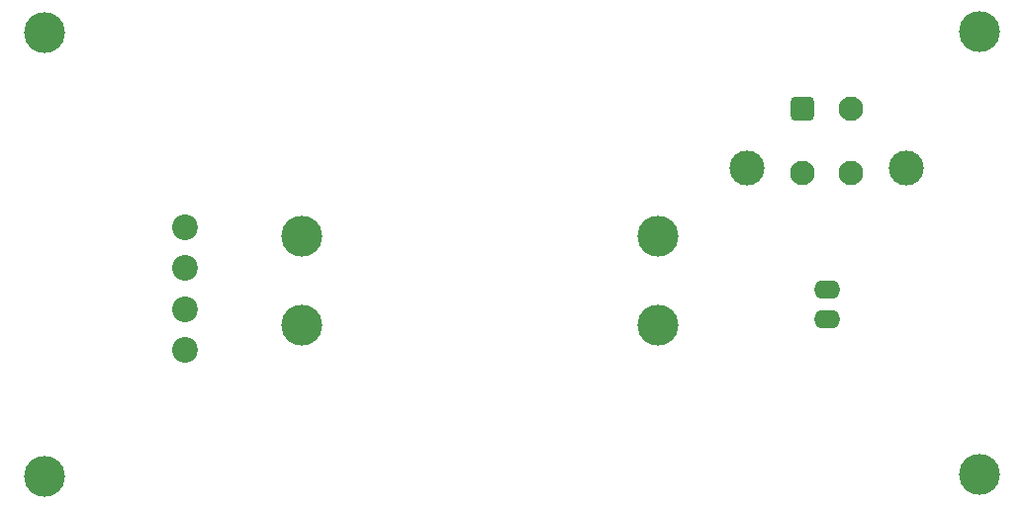
<source format=gbr>
%FSTAX23Y23*%
%MOIN*%
%SFA1B1*%

%IPPOS*%
%AMD13*
4,1,8,-0.020700,-0.041300,0.020700,-0.041300,0.041300,-0.020700,0.041300,0.020700,0.020700,0.041300,-0.020700,0.041300,-0.041300,0.020700,-0.041300,-0.020700,-0.020700,-0.041300,0.0*
1,1,0.041339,-0.020700,-0.020700*
1,1,0.041339,0.020700,-0.020700*
1,1,0.041339,0.020700,0.020700*
1,1,0.041339,-0.020700,0.020700*
%
%ADD10C,0.086614*%
%ADD11C,0.118110*%
%ADD12C,0.082677*%
G04~CAMADD=13~8~0.0~0.0~826.8~826.8~206.7~0.0~15~0.0~0.0~0.0~0.0~0~0.0~0.0~0.0~0.0~0~0.0~0.0~0.0~180.0~826.0~826.0*
%ADD13D13*%
%ADD14O,0.088582X0.062992*%
%ADD15C,0.137795*%
%ADD16C,0.137795*%
%LNloadcell_pcb_copper_signal_top-1*%
%LPD*%
G54D10*
X0059Y00952D03*
Y00814D03*
Y00538D03*
Y00676D03*
G54D11*
X02484Y01151D03*
X0302D03*
G54D12*
X02669Y01133D03*
X02835Y0135D03*
Y01133D03*
G54D13*
X02669Y0135D03*
G54D14*
X02755Y0064D03*
Y0074D03*
G54D15*
X02185Y0062D03*
Y0092D03*
X00985Y0062D03*
Y0092D03*
G54D16*
X00118Y01607D03*
Y00111D03*
X03267Y00117D03*
X03267Y0161D03*
M02*
</source>
